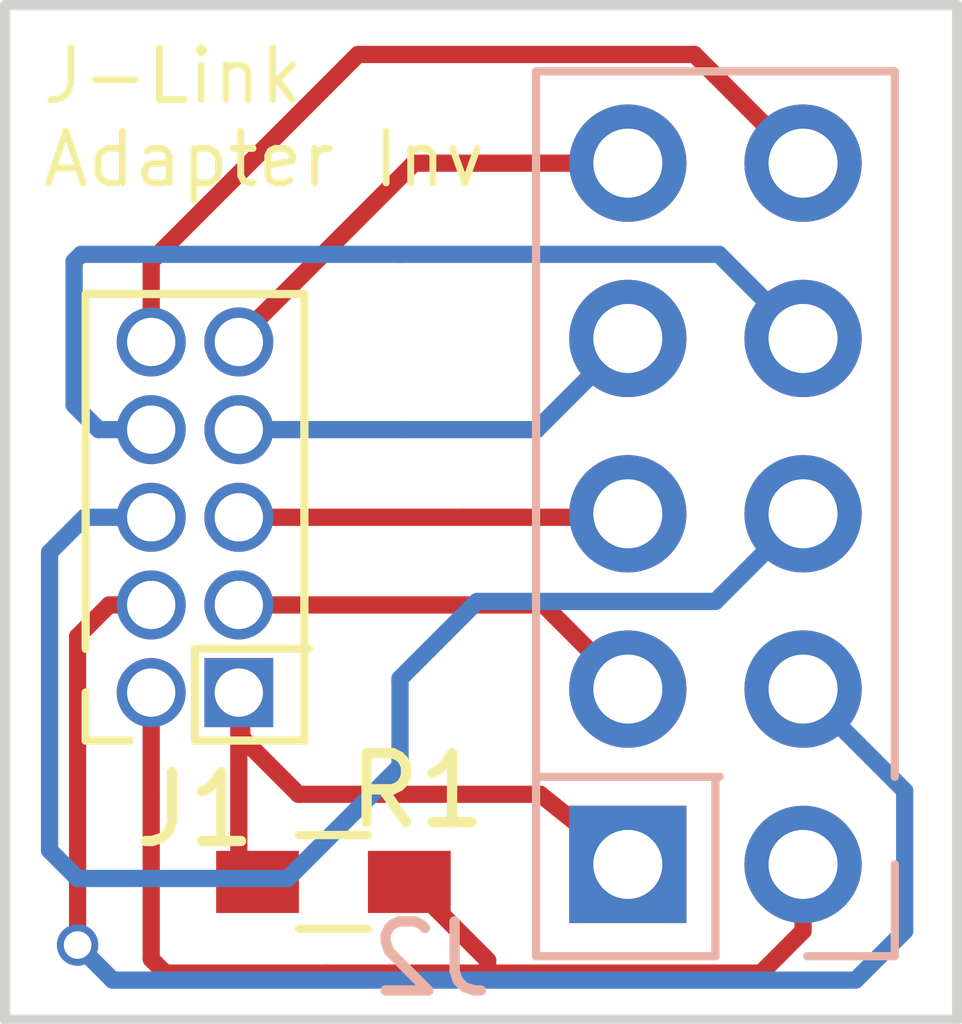
<source format=kicad_pcb>
(kicad_pcb (version 4) (host pcbnew 4.0.6)

  (general
    (links 12)
    (no_connects 0)
    (area 143.789896 100.7842 159.257505 116.6958)
    (thickness 1.6)
    (drawings 5)
    (tracks 62)
    (zones 0)
    (modules 3)
    (nets 11)
  )

  (page A4)
  (layers
    (0 F.Cu signal)
    (31 B.Cu signal)
    (32 B.Adhes user)
    (33 F.Adhes user)
    (34 B.Paste user)
    (35 F.Paste user)
    (36 B.SilkS user)
    (37 F.SilkS user)
    (38 B.Mask user)
    (39 F.Mask user)
    (40 Dwgs.User user)
    (41 Cmts.User user)
    (42 Eco1.User user)
    (43 Eco2.User user)
    (44 Edge.Cuts user)
    (45 Margin user)
    (46 B.CrtYd user)
    (47 F.CrtYd user)
    (48 B.Fab user)
    (49 F.Fab user)
  )

  (setup
    (last_trace_width 0.25)
    (trace_clearance 0.2)
    (zone_clearance 0.508)
    (zone_45_only no)
    (trace_min 0.2)
    (segment_width 0.2)
    (edge_width 0.15)
    (via_size 0.6)
    (via_drill 0.4)
    (via_min_size 0.4)
    (via_min_drill 0.3)
    (uvia_size 0.3)
    (uvia_drill 0.1)
    (uvias_allowed no)
    (uvia_min_size 0.2)
    (uvia_min_drill 0.1)
    (pcb_text_width 0.3)
    (pcb_text_size 1.5 1.5)
    (mod_edge_width 0.15)
    (mod_text_size 1 1)
    (mod_text_width 0.15)
    (pad_size 1.524 1.524)
    (pad_drill 0.762)
    (pad_to_mask_clearance 0.2)
    (aux_axis_origin 0 0)
    (visible_elements 7FFFFF7F)
    (pcbplotparams
      (layerselection 0x00030_80000001)
      (usegerberextensions false)
      (excludeedgelayer true)
      (linewidth 0.100000)
      (plotframeref false)
      (viasonmask false)
      (mode 1)
      (useauxorigin false)
      (hpglpennumber 1)
      (hpglpenspeed 20)
      (hpglpendiameter 15)
      (hpglpenoverlay 2)
      (psnegative false)
      (psa4output false)
      (plotreference true)
      (plotvalue true)
      (plotinvisibletext false)
      (padsonsilk false)
      (subtractmaskfromsilk false)
      (outputformat 1)
      (mirror false)
      (drillshape 1)
      (scaleselection 1)
      (outputdirectory ""))
  )

  (net 0 "")
  (net 1 "Net-(J1-Pad1)")
  (net 2 "Net-(J1-Pad2)")
  (net 3 "Net-(J1-Pad3)")
  (net 4 "Net-(J1-Pad4)")
  (net 5 "Net-(J1-Pad5)")
  (net 6 "Net-(J1-Pad6)")
  (net 7 "Net-(J1-Pad7)")
  (net 8 "Net-(J1-Pad8)")
  (net 9 "Net-(J1-Pad9)")
  (net 10 "Net-(J1-Pad10)")

  (net_class Default "This is the default net class."
    (clearance 0.2)
    (trace_width 0.25)
    (via_dia 0.6)
    (via_drill 0.4)
    (uvia_dia 0.3)
    (uvia_drill 0.1)
    (add_net "Net-(J1-Pad1)")
    (add_net "Net-(J1-Pad10)")
    (add_net "Net-(J1-Pad2)")
    (add_net "Net-(J1-Pad3)")
    (add_net "Net-(J1-Pad4)")
    (add_net "Net-(J1-Pad5)")
    (add_net "Net-(J1-Pad6)")
    (add_net "Net-(J1-Pad7)")
    (add_net "Net-(J1-Pad8)")
    (add_net "Net-(J1-Pad9)")
  )

  (module NFC_Toy_Lib:J-Link_0p1in_inverted (layer B.Cu) (tedit 5AF2E2BF) (tstamp 5AF244D1)
    (at 156.5656 114.2492)
    (descr "Through hole straight socket strip, 2x05, 2.54mm pitch, double rows")
    (tags "Through hole socket strip THT 2x05 2.54mm double row")
    (path /5AF1968D)
    (fp_text reference J2 (at -5.3848 1.3716) (layer B.SilkS)
      (effects (font (size 1 1) (thickness 0.15)) (justify mirror))
    )
    (fp_text value JLink_Mini (at -1.27 -12.49) (layer B.Fab) hide
      (effects (font (size 1 1) (thickness 0.15)) (justify mirror))
    )
    (fp_line (start -3.81 1.27) (end -3.81 -11.43) (layer B.Fab) (width 0.1))
    (fp_line (start -3.81 -11.43) (end 1.27 -11.43) (layer B.Fab) (width 0.1))
    (fp_line (start 1.27 -11.43) (end 1.27 1.27) (layer B.Fab) (width 0.1))
    (fp_line (start 1.27 1.27) (end -3.81 1.27) (layer B.Fab) (width 0.1))
    (fp_line (start 1.33 -1.27) (end 1.33 -11.49) (layer B.SilkS) (width 0.12))
    (fp_line (start 1.33 -11.49) (end -3.87 -11.49) (layer B.SilkS) (width 0.12))
    (fp_line (start -3.87 -11.49) (end -3.87 1.33) (layer B.SilkS) (width 0.12))
    (fp_line (start -3.87 1.33) (end -1.27 1.33) (layer B.SilkS) (width 0.12))
    (fp_line (start -1.27 1.33) (end -1.27 -1.27) (layer B.SilkS) (width 0.12))
    (fp_line (start -3.81 -1.27) (end -1.21 -1.27) (layer B.SilkS) (width 0.12))
    (fp_line (start 1.33 0) (end 1.33 1.33) (layer B.SilkS) (width 0.12))
    (fp_line (start 1.33 1.33) (end 0.06 1.33) (layer B.SilkS) (width 0.12))
    (fp_line (start -4.35 1.8) (end -4.35 -11.95) (layer B.CrtYd) (width 0.05))
    (fp_line (start -4.35 -11.95) (end 1.8 -11.95) (layer B.CrtYd) (width 0.05))
    (fp_line (start 1.8 -11.95) (end 1.8 1.8) (layer B.CrtYd) (width 0.05))
    (fp_line (start 1.8 1.8) (end -4.35 1.8) (layer B.CrtYd) (width 0.05))
    (fp_text user %R (at -5.2324 1.5748) (layer B.Fab) hide
      (effects (font (size 1 1) (thickness 0.15)) (justify mirror))
    )
    (pad 2 thru_hole circle (at 0 0) (size 1.7 1.7) (drill 1) (layers *.Cu *.Mask)
      (net 2 "Net-(J1-Pad2)"))
    (pad 1 thru_hole rect (at -2.54 0) (size 1.7 1.7) (drill 1) (layers *.Cu *.Mask)
      (net 1 "Net-(J1-Pad1)"))
    (pad 4 thru_hole oval (at 0 -2.54) (size 1.7 1.7) (drill 1) (layers *.Cu *.Mask)
      (net 4 "Net-(J1-Pad4)"))
    (pad 3 thru_hole oval (at -2.54 -2.54) (size 1.7 1.7) (drill 1) (layers *.Cu *.Mask)
      (net 3 "Net-(J1-Pad3)"))
    (pad 6 thru_hole oval (at 0 -5.08) (size 1.7 1.7) (drill 1) (layers *.Cu *.Mask)
      (net 6 "Net-(J1-Pad6)"))
    (pad 5 thru_hole oval (at -2.54 -5.08) (size 1.7 1.7) (drill 1) (layers *.Cu *.Mask)
      (net 5 "Net-(J1-Pad5)"))
    (pad 8 thru_hole oval (at 0 -7.62) (size 1.7 1.7) (drill 1) (layers *.Cu *.Mask)
      (net 8 "Net-(J1-Pad8)"))
    (pad 7 thru_hole oval (at -2.54 -7.62) (size 1.7 1.7) (drill 1) (layers *.Cu *.Mask)
      (net 7 "Net-(J1-Pad7)"))
    (pad 10 thru_hole oval (at 0 -10.16) (size 1.7 1.7) (drill 1) (layers *.Cu *.Mask)
      (net 10 "Net-(J1-Pad10)"))
    (pad 9 thru_hole oval (at -2.54 -10.16) (size 1.7 1.7) (drill 1) (layers *.Cu *.Mask)
      (net 9 "Net-(J1-Pad9)"))
    (model ${KISYS3DMOD}/Socket_Strips.3dshapes/Socket_Strip_Straight_2x05_Pitch2.54mm.wrl
      (at (xyz -0.05 -0.2 0))
      (scale (xyz 1 1 1))
      (rotate (xyz 0 0 270))
    )
  )

  (module NFC_Toy_Lib:JLink_Mini_0p05_inverted (layer F.Cu) (tedit 5B001247) (tstamp 5AF244C3)
    (at 147.1168 111.76 180)
    (descr "Through hole straight socket strip, 2x05, 1.27mm pitch, double rows")
    (tags "Through hole socket strip THT 2x05 1.27mm double row")
    (path /5AF195CD)
    (fp_text reference J1 (at -0.635 -1.695 180) (layer F.SilkS)
      (effects (font (size 1 1) (thickness 0.15)))
    )
    (fp_text value JLink_Mini (at -0.635 6.775 180) (layer F.Fab) hide
      (effects (font (size 1 1) (thickness 0.15)))
    )
    (fp_line (start -2.16 -0.635) (end -2.16 5.715) (layer F.Fab) (width 0.1))
    (fp_line (start -2.16 5.715) (end 0.89 5.715) (layer F.Fab) (width 0.1))
    (fp_line (start 0.89 5.715) (end 0.89 -0.635) (layer F.Fab) (width 0.1))
    (fp_line (start 0.89 -0.635) (end -2.16 -0.635) (layer F.Fab) (width 0.1))
    (fp_line (start 0.95 0.635) (end 0.95 5.775) (layer F.SilkS) (width 0.12))
    (fp_line (start 0.95 5.775) (end -2.22 5.775) (layer F.SilkS) (width 0.12))
    (fp_line (start -2.22 5.775) (end -2.22 -0.695) (layer F.SilkS) (width 0.12))
    (fp_line (start -2.22 -0.695) (end -0.635 -0.695) (layer F.SilkS) (width 0.12))
    (fp_line (start -0.635 -0.695) (end -0.635 0.635) (layer F.SilkS) (width 0.12))
    (fp_line (start -2.286 0.635) (end -0.701 0.635) (layer F.SilkS) (width 0.12))
    (fp_line (start 0.95 0) (end 0.95 -0.695) (layer F.SilkS) (width 0.12))
    (fp_line (start 0.95 -0.695) (end 0.315 -0.695) (layer F.SilkS) (width 0.12))
    (fp_line (start -2.7 -1.15) (end -2.7 6.25) (layer F.CrtYd) (width 0.05))
    (fp_line (start -2.7 6.25) (end 1.4 6.25) (layer F.CrtYd) (width 0.05))
    (fp_line (start 1.4 6.25) (end 1.4 -1.15) (layer F.CrtYd) (width 0.05))
    (fp_line (start 1.4 -1.15) (end -2.7 -1.15) (layer F.CrtYd) (width 0.05))
    (fp_text user %R (at -0.635 -1.695 180) (layer F.Fab)
      (effects (font (size 1 1) (thickness 0.15)))
    )
    (pad 2 thru_hole oval (at 0 0 180) (size 1 1) (drill 0.7) (layers *.Cu *.Mask)
      (net 2 "Net-(J1-Pad2)"))
    (pad 1 thru_hole rect (at -1.27 0 180) (size 1 1) (drill 0.7) (layers *.Cu *.Mask)
      (net 1 "Net-(J1-Pad1)"))
    (pad 4 thru_hole oval (at 0 1.27 180) (size 1 1) (drill 0.7) (layers *.Cu *.Mask)
      (net 4 "Net-(J1-Pad4)"))
    (pad 3 thru_hole oval (at -1.27 1.27 180) (size 1 1) (drill 0.7) (layers *.Cu *.Mask)
      (net 3 "Net-(J1-Pad3)"))
    (pad 6 thru_hole oval (at 0 2.54 180) (size 1 1) (drill 0.7) (layers *.Cu *.Mask)
      (net 6 "Net-(J1-Pad6)"))
    (pad 5 thru_hole oval (at -1.27 2.54 180) (size 1 1) (drill 0.7) (layers *.Cu *.Mask)
      (net 5 "Net-(J1-Pad5)"))
    (pad 8 thru_hole oval (at 0 3.81 180) (size 1 1) (drill 0.7) (layers *.Cu *.Mask)
      (net 8 "Net-(J1-Pad8)"))
    (pad 7 thru_hole oval (at -1.27 3.81 180) (size 1 1) (drill 0.7) (layers *.Cu *.Mask)
      (net 7 "Net-(J1-Pad7)"))
    (pad 10 thru_hole oval (at 0 5.08 180) (size 1 1) (drill 0.7) (layers *.Cu *.Mask)
      (net 10 "Net-(J1-Pad10)"))
    (pad 9 thru_hole oval (at -1.27 5.08 180) (size 1 1) (drill 0.7) (layers *.Cu *.Mask)
      (net 9 "Net-(J1-Pad9)"))
    (model ${KISYS3DMOD}/Socket_Strips.3dshapes/Socket_Strip_Straight_2x05_Pitch1.27mm.wrl
      (at (xyz 0 0 0))
      (scale (xyz 1 1 1))
      (rotate (xyz 0 0 0))
    )
  )

  (module Resistors_SMD:R_0603_HandSoldering (layer F.Cu) (tedit 5B001583) (tstamp 5B001BD8)
    (at 149.7584 114.5032 180)
    (descr "Resistor SMD 0603, hand soldering")
    (tags "resistor 0603")
    (path /5B0010A4)
    (attr smd)
    (fp_text reference R1 (at -1.2192 1.3208 180) (layer F.SilkS)
      (effects (font (size 1 1) (thickness 0.15)))
    )
    (fp_text value 100k (at 0 1.55 180) (layer F.Fab) hide
      (effects (font (size 1 1) (thickness 0.15)))
    )
    (fp_text user %R (at 0 0 180) (layer F.Fab)
      (effects (font (size 0.4 0.4) (thickness 0.075)))
    )
    (fp_line (start -0.8 0.4) (end -0.8 -0.4) (layer F.Fab) (width 0.1))
    (fp_line (start 0.8 0.4) (end -0.8 0.4) (layer F.Fab) (width 0.1))
    (fp_line (start 0.8 -0.4) (end 0.8 0.4) (layer F.Fab) (width 0.1))
    (fp_line (start -0.8 -0.4) (end 0.8 -0.4) (layer F.Fab) (width 0.1))
    (fp_line (start 0.5 0.68) (end -0.5 0.68) (layer F.SilkS) (width 0.12))
    (fp_line (start -0.5 -0.68) (end 0.5 -0.68) (layer F.SilkS) (width 0.12))
    (fp_line (start -1.96 -0.7) (end 1.95 -0.7) (layer F.CrtYd) (width 0.05))
    (fp_line (start -1.96 -0.7) (end -1.96 0.7) (layer F.CrtYd) (width 0.05))
    (fp_line (start 1.95 0.7) (end 1.95 -0.7) (layer F.CrtYd) (width 0.05))
    (fp_line (start 1.95 0.7) (end -1.96 0.7) (layer F.CrtYd) (width 0.05))
    (pad 1 smd rect (at -1.1 0 180) (size 1.2 0.9) (layers F.Cu F.Paste F.Mask)
      (net 2 "Net-(J1-Pad2)"))
    (pad 2 smd rect (at 1.1 0 180) (size 1.2 0.9) (layers F.Cu F.Paste F.Mask)
      (net 1 "Net-(J1-Pad1)"))
    (model ${KISYS3DMOD}/Resistors_SMD.3dshapes/R_0603.wrl
      (at (xyz 0 0 0))
      (scale (xyz 1 1 1))
      (rotate (xyz 0 0 0))
    )
  )

  (gr_text "J-Link\nAdapter Inv" (at 145.4912 103.4288) (layer F.SilkS)
    (effects (font (size 0.75 0.75) (thickness 0.1)) (justify left))
  )
  (gr_line (start 145 116.5) (end 145 101.8) (angle 90) (layer Edge.Cuts) (width 0.15))
  (gr_line (start 158.8 116.5) (end 145 116.5) (angle 90) (layer Edge.Cuts) (width 0.15))
  (gr_line (start 158.8 101.8) (end 158.8 116.5) (angle 90) (layer Edge.Cuts) (width 0.15))
  (gr_line (start 145 101.8) (end 158.8 101.8) (angle 90) (layer Edge.Cuts) (width 0.15))

  (segment (start 148.3868 111.76) (end 148.3868 114.2316) (width 0.25) (layer F.Cu) (net 1))
  (segment (start 148.3868 114.2316) (end 148.6584 114.5032) (width 0.25) (layer F.Cu) (net 1) (tstamp 5B001C13))
  (segment (start 151.4348 113.2332) (end 152.7556 113.2332) (width 0.25) (layer F.Cu) (net 1))
  (segment (start 149.2504 113.2332) (end 151.4348 113.2332) (width 0.25) (layer F.Cu) (net 1) (tstamp 5AF2DF66))
  (segment (start 148.4376 112.4204) (end 149.2504 113.2332) (width 0.25) (layer F.Cu) (net 1) (tstamp 5AF2DF64))
  (segment (start 152.7556 113.2332) (end 154.0256 114.2492) (width 0.25) (layer F.Cu) (net 1) (tstamp 5B0017B6))
  (segment (start 148.3868 111.76) (end 148.4376 112.4204) (width 0.25) (layer F.Cu) (net 1))
  (segment (start 151.9936 115.824) (end 151.9936 115.6384) (width 0.25) (layer F.Cu) (net 2))
  (segment (start 151.9936 115.6384) (end 150.8584 114.5032) (width 0.25) (layer F.Cu) (net 2) (tstamp 5B001C18))
  (segment (start 147.1168 113.2332) (end 147.1168 115.6208) (width 0.25) (layer F.Cu) (net 2))
  (segment (start 149.6568 115.824) (end 151.9936 115.824) (width 0.25) (layer F.Cu) (net 2) (tstamp 5B0017AB))
  (segment (start 151.9936 115.824) (end 155.956 115.824) (width 0.25) (layer F.Cu) (net 2) (tstamp 5B001C16))
  (segment (start 155.956 115.824) (end 156.5656 115.2144) (width 0.25) (layer F.Cu) (net 2) (tstamp 5B0017AD))
  (segment (start 156.5656 114.2492) (end 156.5656 115.2144) (width 0.25) (layer F.Cu) (net 2) (tstamp 5B0017AE))
  (segment (start 147.1168 113.2332) (end 147.1168 111.76) (width 0.25) (layer F.Cu) (net 2))
  (segment (start 147.32 115.824) (end 149.6568 115.824) (width 0.25) (layer F.Cu) (net 2) (tstamp 5B001BFF))
  (segment (start 147.1168 115.6208) (end 147.32 115.824) (width 0.25) (layer F.Cu) (net 2) (tstamp 5B001BFE))
  (segment (start 151.4856 110.49) (end 152.8064 110.49) (width 0.25) (layer F.Cu) (net 3))
  (segment (start 148.3868 110.49) (end 151.4856 110.49) (width 0.25) (layer F.Cu) (net 3))
  (segment (start 152.8064 110.49) (end 154.0256 111.7092) (width 0.25) (layer F.Cu) (net 3) (tstamp 5B0017DB))
  (segment (start 147.1168 110.49) (end 146.5072 110.49) (width 0.25) (layer F.Cu) (net 4))
  (segment (start 158.0388 113.1824) (end 156.5656 111.7092) (width 0.25) (layer B.Cu) (net 4) (tstamp 5B0017FB))
  (segment (start 158.0388 115.2144) (end 158.0388 113.1824) (width 0.25) (layer B.Cu) (net 4) (tstamp 5B0017FA))
  (segment (start 157.3276 115.9256) (end 158.0388 115.2144) (width 0.25) (layer B.Cu) (net 4) (tstamp 5B0017F9))
  (segment (start 146.558 115.9256) (end 157.3276 115.9256) (width 0.25) (layer B.Cu) (net 4) (tstamp 5B0017F8))
  (segment (start 146.05 115.4176) (end 146.558 115.9256) (width 0.25) (layer B.Cu) (net 4) (tstamp 5B0017F7))
  (via (at 146.05 115.4176) (size 0.6) (drill 0.4) (layers F.Cu B.Cu) (net 4))
  (segment (start 146.05 110.9472) (end 146.05 115.4176) (width 0.25) (layer F.Cu) (net 4) (tstamp 5B0017F5))
  (segment (start 146.5072 110.49) (end 146.05 110.9472) (width 0.25) (layer F.Cu) (net 4) (tstamp 5B0017F4))
  (segment (start 153.9748 109.22) (end 151.638 109.22) (width 0.25) (layer F.Cu) (net 5))
  (segment (start 151.638 109.22) (end 148.3868 109.22) (width 0.25) (layer F.Cu) (net 5))
  (segment (start 153.9748 109.22) (end 154.0256 109.1692) (width 0.25) (layer F.Cu) (net 5) (tstamp 5B001C61))
  (segment (start 150.7236 111.6076) (end 150.7236 111.5568) (width 0.25) (layer B.Cu) (net 6))
  (segment (start 147.1168 109.22) (end 146.1516 109.22) (width 0.25) (layer B.Cu) (net 6) (tstamp 5AF2E0A9))
  (segment (start 145.796 109.5756) (end 145.6436 109.728) (width 0.25) (layer B.Cu) (net 6) (tstamp 5AF2E02B))
  (segment (start 145.796 109.5756) (end 146.1516 109.22) (width 0.25) (layer B.Cu) (net 6))
  (segment (start 145.6436 109.728) (end 145.6436 114.046) (width 0.25) (layer B.Cu) (net 6) (tstamp 5AF2E02C))
  (segment (start 145.6436 114.046) (end 146.05 114.4524) (width 0.25) (layer B.Cu) (net 6) (tstamp 5AF2E02F))
  (segment (start 146.05 114.4524) (end 149.098 114.4524) (width 0.25) (layer B.Cu) (net 6) (tstamp 5AF2E031))
  (segment (start 149.098 114.4524) (end 150.7236 112.8268) (width 0.25) (layer B.Cu) (net 6) (tstamp 5AF2E036))
  (segment (start 150.7236 112.8268) (end 150.7236 111.6076) (width 0.25) (layer B.Cu) (net 6) (tstamp 5AF2E03A))
  (segment (start 155.2956 110.4392) (end 156.5656 109.1692) (width 0.25) (layer B.Cu) (net 6) (tstamp 5B001C6D) (status 800000))
  (segment (start 151.8412 110.4392) (end 155.2956 110.4392) (width 0.25) (layer B.Cu) (net 6) (tstamp 5B001C6B))
  (segment (start 150.7236 111.5568) (end 151.8412 110.4392) (width 0.25) (layer B.Cu) (net 6) (tstamp 5B001C6A))
  (segment (start 150.7744 107.95) (end 152.7048 107.95) (width 0.25) (layer B.Cu) (net 7))
  (segment (start 148.3868 107.95) (end 150.7744 107.95) (width 0.25) (layer B.Cu) (net 7))
  (segment (start 152.7048 107.95) (end 154.0256 106.6292) (width 0.25) (layer B.Cu) (net 7) (tstamp 5B001C53))
  (segment (start 150.7236 105.41) (end 155.3464 105.41) (width 0.25) (layer B.Cu) (net 8))
  (segment (start 147.1168 107.95) (end 146.3548 107.95) (width 0.25) (layer B.Cu) (net 8))
  (segment (start 146.3548 107.95) (end 145.9992 107.5944) (width 0.25) (layer B.Cu) (net 8) (tstamp 5AF2E0DC))
  (segment (start 145.9992 107.5944) (end 145.9992 105.5116) (width 0.25) (layer B.Cu) (net 8) (tstamp 5AF2E0DF))
  (segment (start 145.9992 105.5116) (end 146.1008 105.41) (width 0.25) (layer B.Cu) (net 8) (tstamp 5AF2E0E2))
  (segment (start 146.1008 105.41) (end 150.7236 105.41) (width 0.25) (layer B.Cu) (net 8) (tstamp 5AF2E0E4))
  (segment (start 155.3464 105.41) (end 156.5656 106.6292) (width 0.25) (layer B.Cu) (net 8) (tstamp 5B001C66) (status 800000))
  (segment (start 148.3868 106.68) (end 148.3868 106.6292) (width 0.25) (layer F.Cu) (net 9))
  (segment (start 148.3868 106.6292) (end 150.9268 104.0892) (width 0.25) (layer F.Cu) (net 9) (tstamp 5B001C46))
  (segment (start 150.9268 104.0892) (end 154.0256 104.0892) (width 0.25) (layer F.Cu) (net 9) (tstamp 5B001C47))
  (segment (start 148.5392 104.0892) (end 150.114 102.5144) (width 0.25) (layer F.Cu) (net 10))
  (segment (start 147.1168 105.5116) (end 148.5392 104.0892) (width 0.25) (layer F.Cu) (net 10) (tstamp 5AF2E06D))
  (segment (start 147.1168 106.68) (end 147.1168 105.5116) (width 0.25) (layer F.Cu) (net 10))
  (segment (start 154.9908 102.5144) (end 156.5656 104.0892) (width 0.25) (layer F.Cu) (net 10) (tstamp 5B001808))
  (segment (start 150.114 102.5144) (end 154.9908 102.5144) (width 0.25) (layer F.Cu) (net 10) (tstamp 5B001807))

)

</source>
